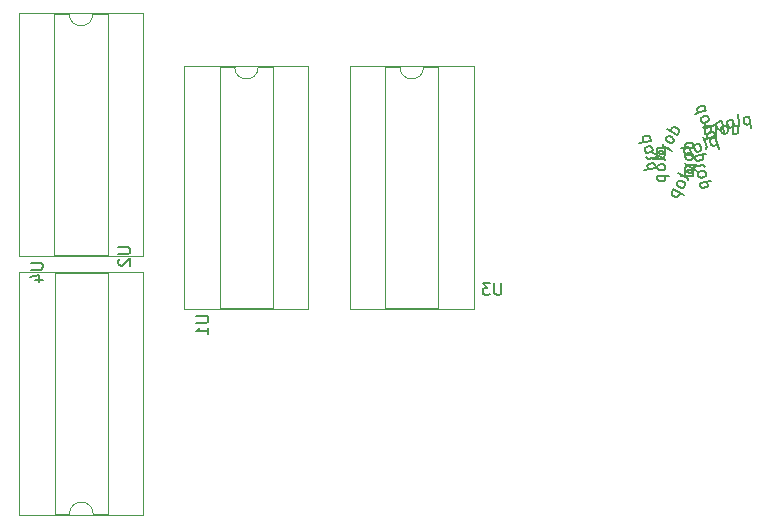
<source format=gbo>
G04 #@! TF.GenerationSoftware,KiCad,Pcbnew,5.1.5+dfsg1-2build2*
G04 #@! TF.CreationDate,2021-04-11T17:34:26+02:00*
G04 #@! TF.ProjectId,Main_board,4d61696e-5f62-46f6-9172-642e6b696361,rev?*
G04 #@! TF.SameCoordinates,Original*
G04 #@! TF.FileFunction,Legend,Bot*
G04 #@! TF.FilePolarity,Positive*
%FSLAX46Y46*%
G04 Gerber Fmt 4.6, Leading zero omitted, Abs format (unit mm)*
G04 Created by KiCad (PCBNEW 5.1.5+dfsg1-2build2) date 2021-04-11 17:34:26*
%MOMM*%
%LPD*%
G04 APERTURE LIST*
%ADD10C,0.150000*%
%ADD11C,0.120000*%
G04 APERTURE END LIST*
D10*
X87995100Y-57403082D02*
X87129075Y-56903082D01*
X87953861Y-57379273D02*
X88042719Y-57320604D01*
X88137957Y-57155646D01*
X88144337Y-57049358D01*
X88126907Y-56984309D01*
X88068238Y-56895451D01*
X87820802Y-56752594D01*
X87714514Y-56746214D01*
X87649465Y-56763644D01*
X87560607Y-56822313D01*
X87465369Y-56987270D01*
X87458989Y-57093558D01*
X87941559Y-56162484D02*
X87935180Y-56268772D01*
X87993849Y-56357631D01*
X88736156Y-56786202D01*
X88203464Y-55708852D02*
X88197084Y-55815140D01*
X88214514Y-55880189D01*
X88273183Y-55969047D01*
X88520619Y-56111904D01*
X88626907Y-56118284D01*
X88691956Y-56100854D01*
X88780814Y-56042185D01*
X88852243Y-55918467D01*
X88858623Y-55812179D01*
X88841193Y-55747130D01*
X88782524Y-55658272D01*
X88535088Y-55515415D01*
X88428800Y-55509035D01*
X88363751Y-55526465D01*
X88274893Y-55585134D01*
X88203464Y-55708852D01*
X89161767Y-55382356D02*
X88295741Y-54882356D01*
X89120528Y-55358547D02*
X89209386Y-55299878D01*
X89304624Y-55134920D01*
X89311004Y-55028632D01*
X89293574Y-54963583D01*
X89234905Y-54874725D01*
X88987469Y-54731868D01*
X88881181Y-54725488D01*
X88816132Y-54742918D01*
X88727274Y-54801587D01*
X88632036Y-54966544D01*
X88625656Y-55072832D01*
X90514285Y-58880952D02*
X89514285Y-58880952D01*
X90466666Y-58880952D02*
X90514285Y-58785714D01*
X90514285Y-58595238D01*
X90466666Y-58500000D01*
X90419047Y-58452380D01*
X90323809Y-58404761D01*
X90038095Y-58404761D01*
X89942857Y-58452380D01*
X89895238Y-58500000D01*
X89847619Y-58595238D01*
X89847619Y-58785714D01*
X89895238Y-58880952D01*
X89847619Y-57833333D02*
X89895238Y-57928571D01*
X89990476Y-57976190D01*
X90847619Y-57976190D01*
X89847619Y-57309523D02*
X89895238Y-57404761D01*
X89942857Y-57452380D01*
X90038095Y-57500000D01*
X90323809Y-57500000D01*
X90419047Y-57452380D01*
X90466666Y-57404761D01*
X90514285Y-57309523D01*
X90514285Y-57166666D01*
X90466666Y-57071428D01*
X90419047Y-57023809D01*
X90323809Y-56976190D01*
X90038095Y-56976190D01*
X89942857Y-57023809D01*
X89895238Y-57071428D01*
X89847619Y-57166666D01*
X89847619Y-57309523D01*
X90514285Y-56547619D02*
X89514285Y-56547619D01*
X90466666Y-56547619D02*
X90514285Y-56452380D01*
X90514285Y-56261904D01*
X90466666Y-56166666D01*
X90419047Y-56119047D01*
X90323809Y-56071428D01*
X90038095Y-56071428D01*
X89942857Y-56119047D01*
X89895238Y-56166666D01*
X89847619Y-56261904D01*
X89847619Y-56452380D01*
X89895238Y-56547619D01*
X90649169Y-57177237D02*
X91633977Y-57003589D01*
X90696065Y-57168968D02*
X90665707Y-57271028D01*
X90698783Y-57458611D01*
X90762217Y-57544133D01*
X90817381Y-57582760D01*
X90919441Y-57613117D01*
X91200815Y-57563504D01*
X91286337Y-57500070D01*
X91324964Y-57444906D01*
X91355322Y-57342845D01*
X91322246Y-57155263D01*
X91258812Y-57069741D01*
X91487625Y-58093175D02*
X91424192Y-58007653D01*
X91322131Y-57977295D01*
X90478010Y-58126136D01*
X91578584Y-58609027D02*
X91515150Y-58523505D01*
X91459986Y-58484878D01*
X91357925Y-58454520D01*
X91076552Y-58504134D01*
X90991029Y-58567568D01*
X90952403Y-58622732D01*
X90922045Y-58724792D01*
X90946852Y-58865479D01*
X91010286Y-58951001D01*
X91065450Y-58989628D01*
X91167510Y-59019986D01*
X91448884Y-58970372D01*
X91534406Y-58906938D01*
X91573033Y-58851774D01*
X91603390Y-58749714D01*
X91578584Y-58609027D01*
X91054348Y-59475122D02*
X92039156Y-59301474D01*
X91101244Y-59466853D02*
X91070886Y-59568913D01*
X91103962Y-59756496D01*
X91167396Y-59842018D01*
X91222560Y-59880645D01*
X91324621Y-59911002D01*
X91605994Y-59861388D01*
X91691516Y-59797955D01*
X91730143Y-59742790D01*
X91760501Y-59640730D01*
X91727425Y-59453148D01*
X91663991Y-59367625D01*
X87485714Y-56519047D02*
X88485714Y-56519047D01*
X87533333Y-56519047D02*
X87485714Y-56614285D01*
X87485714Y-56804761D01*
X87533333Y-56900000D01*
X87580952Y-56947619D01*
X87676190Y-56995238D01*
X87961904Y-56995238D01*
X88057142Y-56947619D01*
X88104761Y-56900000D01*
X88152380Y-56804761D01*
X88152380Y-56614285D01*
X88104761Y-56519047D01*
X88152380Y-57566666D02*
X88104761Y-57471428D01*
X88009523Y-57423809D01*
X87152380Y-57423809D01*
X88152380Y-58090476D02*
X88104761Y-57995238D01*
X88057142Y-57947619D01*
X87961904Y-57900000D01*
X87676190Y-57900000D01*
X87580952Y-57947619D01*
X87533333Y-57995238D01*
X87485714Y-58090476D01*
X87485714Y-58233333D01*
X87533333Y-58328571D01*
X87580952Y-58376190D01*
X87676190Y-58423809D01*
X87961904Y-58423809D01*
X88057142Y-58376190D01*
X88104761Y-58328571D01*
X88152380Y-58233333D01*
X88152380Y-58090476D01*
X87485714Y-58852380D02*
X88485714Y-58852380D01*
X87533333Y-58852380D02*
X87485714Y-58947619D01*
X87485714Y-59138095D01*
X87533333Y-59233333D01*
X87580952Y-59280952D01*
X87676190Y-59328571D01*
X87961904Y-59328571D01*
X88057142Y-59280952D01*
X88104761Y-59233333D01*
X88152380Y-59138095D01*
X88152380Y-58947619D01*
X88104761Y-58852380D01*
X87350830Y-58222762D02*
X86366022Y-58396410D01*
X87303934Y-58231031D02*
X87334292Y-58128971D01*
X87301216Y-57941388D01*
X87237782Y-57855866D01*
X87182618Y-57817239D01*
X87080558Y-57786882D01*
X86799184Y-57836495D01*
X86713662Y-57899929D01*
X86675035Y-57955093D01*
X86644677Y-58057154D01*
X86677753Y-58244736D01*
X86741187Y-58330258D01*
X86512374Y-57306824D02*
X86575807Y-57392346D01*
X86677868Y-57422704D01*
X87521989Y-57273863D01*
X86421415Y-56790972D02*
X86484849Y-56876494D01*
X86540013Y-56915121D01*
X86642074Y-56945479D01*
X86923447Y-56895865D01*
X87008970Y-56832431D01*
X87047596Y-56777267D01*
X87077954Y-56675207D01*
X87053147Y-56534520D01*
X86989713Y-56448998D01*
X86934549Y-56410371D01*
X86832489Y-56380013D01*
X86551115Y-56429627D01*
X86465593Y-56493061D01*
X86426966Y-56548225D01*
X86396609Y-56650285D01*
X86421415Y-56790972D01*
X86945651Y-55924877D02*
X85960843Y-56098525D01*
X86898755Y-55933146D02*
X86929113Y-55831086D01*
X86896037Y-55643503D01*
X86832603Y-55557981D01*
X86777439Y-55519354D01*
X86675378Y-55488997D01*
X86394005Y-55538611D01*
X86308483Y-55602044D01*
X86269856Y-55657209D01*
X86239498Y-55759269D01*
X86272574Y-55946851D01*
X86336008Y-56032374D01*
X91519047Y-55314285D02*
X91519047Y-54314285D01*
X91519047Y-55266666D02*
X91614285Y-55314285D01*
X91804761Y-55314285D01*
X91900000Y-55266666D01*
X91947619Y-55219047D01*
X91995238Y-55123809D01*
X91995238Y-54838095D01*
X91947619Y-54742857D01*
X91900000Y-54695238D01*
X91804761Y-54647619D01*
X91614285Y-54647619D01*
X91519047Y-54695238D01*
X92566666Y-54647619D02*
X92471428Y-54695238D01*
X92423809Y-54790476D01*
X92423809Y-55647619D01*
X93090476Y-54647619D02*
X92995238Y-54695238D01*
X92947619Y-54742857D01*
X92900000Y-54838095D01*
X92900000Y-55123809D01*
X92947619Y-55219047D01*
X92995238Y-55266666D01*
X93090476Y-55314285D01*
X93233333Y-55314285D01*
X93328571Y-55266666D01*
X93376190Y-55219047D01*
X93423809Y-55123809D01*
X93423809Y-54838095D01*
X93376190Y-54742857D01*
X93328571Y-54695238D01*
X93233333Y-54647619D01*
X93090476Y-54647619D01*
X93852380Y-55314285D02*
X93852380Y-54314285D01*
X93852380Y-55266666D02*
X93947619Y-55314285D01*
X94138095Y-55314285D01*
X94233333Y-55266666D01*
X94280952Y-55219047D01*
X94328571Y-55123809D01*
X94328571Y-54838095D01*
X94280952Y-54742857D01*
X94233333Y-54695238D01*
X94138095Y-54647619D01*
X93947619Y-54647619D01*
X93852380Y-54695238D01*
X90004899Y-57996917D02*
X90870924Y-58496917D01*
X90046138Y-58020726D02*
X89957280Y-58079395D01*
X89862042Y-58244353D01*
X89855662Y-58350641D01*
X89873092Y-58415690D01*
X89931761Y-58504548D01*
X90179197Y-58647405D01*
X90285485Y-58653785D01*
X90350534Y-58636355D01*
X90439392Y-58577686D01*
X90534630Y-58412729D01*
X90541010Y-58306441D01*
X90058440Y-59237515D02*
X90064819Y-59131227D01*
X90006150Y-59042368D01*
X89263843Y-58613797D01*
X89796535Y-59691147D02*
X89802915Y-59584859D01*
X89785485Y-59519810D01*
X89726816Y-59430952D01*
X89479380Y-59288095D01*
X89373092Y-59281715D01*
X89308043Y-59299145D01*
X89219185Y-59357814D01*
X89147756Y-59481532D01*
X89141376Y-59587820D01*
X89158806Y-59652869D01*
X89217475Y-59741727D01*
X89464911Y-59884584D01*
X89571199Y-59890964D01*
X89636248Y-59873534D01*
X89725106Y-59814865D01*
X89796535Y-59691147D01*
X88838232Y-60017643D02*
X89704258Y-60517643D01*
X88879471Y-60041452D02*
X88790613Y-60100121D01*
X88695375Y-60265079D01*
X88688995Y-60371367D01*
X88706425Y-60436416D01*
X88765094Y-60525274D01*
X89012530Y-60668131D01*
X89118818Y-60674511D01*
X89183867Y-60657081D01*
X89272725Y-60598412D01*
X89367963Y-60433455D01*
X89374343Y-60327167D01*
X92324380Y-55626323D02*
X92666400Y-56566016D01*
X92340667Y-55671071D02*
X92234886Y-55658897D01*
X92055897Y-55724043D01*
X91982689Y-55801364D01*
X91954228Y-55862398D01*
X91942054Y-55968179D01*
X92039774Y-56236663D01*
X92117095Y-56309871D01*
X92178129Y-56338331D01*
X92283910Y-56350505D01*
X92462899Y-56285358D01*
X92536107Y-56208038D01*
X91567954Y-56611092D02*
X91641162Y-56533771D01*
X91653336Y-56427990D01*
X91360175Y-55622539D01*
X91075734Y-56790245D02*
X91148942Y-56712925D01*
X91177402Y-56651891D01*
X91189576Y-56546109D01*
X91091856Y-56277626D01*
X91014536Y-56204418D01*
X90953502Y-56175957D01*
X90847720Y-56163783D01*
X90713479Y-56212644D01*
X90640271Y-56289964D01*
X90611810Y-56350998D01*
X90599636Y-56456779D01*
X90697356Y-56725263D01*
X90774677Y-56798471D01*
X90835711Y-56826931D01*
X90941492Y-56839105D01*
X91075734Y-56790245D01*
X90131764Y-56424370D02*
X90473784Y-57364063D01*
X90148051Y-56469118D02*
X90042270Y-56456944D01*
X89863281Y-56522090D01*
X89790073Y-56599411D01*
X89761612Y-56660445D01*
X89749438Y-56766226D01*
X89847158Y-57034710D01*
X89924479Y-57107918D01*
X89985513Y-57136378D01*
X90091294Y-57148552D01*
X90270283Y-57083405D01*
X90343491Y-57006085D01*
X95222762Y-53849169D02*
X95396410Y-54833977D01*
X95231031Y-53896065D02*
X95128971Y-53865707D01*
X94941388Y-53898783D01*
X94855866Y-53962217D01*
X94817239Y-54017381D01*
X94786882Y-54119441D01*
X94836495Y-54400815D01*
X94899929Y-54486337D01*
X94955093Y-54524964D01*
X95057154Y-54555322D01*
X95244736Y-54522246D01*
X95330258Y-54458812D01*
X94306824Y-54687625D02*
X94392346Y-54624192D01*
X94422704Y-54522131D01*
X94273863Y-53678010D01*
X93790972Y-54778584D02*
X93876494Y-54715150D01*
X93915121Y-54659986D01*
X93945479Y-54557925D01*
X93895865Y-54276552D01*
X93832431Y-54191029D01*
X93777267Y-54152403D01*
X93675207Y-54122045D01*
X93534520Y-54146852D01*
X93448998Y-54210286D01*
X93410371Y-54265450D01*
X93380013Y-54367510D01*
X93429627Y-54648884D01*
X93493061Y-54734406D01*
X93548225Y-54773033D01*
X93650285Y-54803390D01*
X93790972Y-54778584D01*
X92924877Y-54254348D02*
X93098525Y-55239156D01*
X92933146Y-54301244D02*
X92831086Y-54270886D01*
X92643503Y-54303962D01*
X92557981Y-54367396D01*
X92519354Y-54422560D01*
X92488997Y-54524621D01*
X92538611Y-54805994D01*
X92602044Y-54891516D01*
X92657209Y-54930143D01*
X92759269Y-54960501D01*
X92946851Y-54927425D01*
X93032374Y-54863991D01*
X92373676Y-55524380D02*
X91433983Y-55866400D01*
X92328928Y-55540667D02*
X92341102Y-55434886D01*
X92275956Y-55255897D01*
X92198635Y-55182689D01*
X92137601Y-55154228D01*
X92031820Y-55142054D01*
X91763336Y-55239774D01*
X91690128Y-55317095D01*
X91661668Y-55378129D01*
X91649494Y-55483910D01*
X91714641Y-55662899D01*
X91791961Y-55736107D01*
X91388907Y-54767954D02*
X91466228Y-54841162D01*
X91572009Y-54853336D01*
X92377460Y-54560175D01*
X91209754Y-54275734D02*
X91287074Y-54348942D01*
X91348108Y-54377402D01*
X91453890Y-54389576D01*
X91722373Y-54291856D01*
X91795581Y-54214536D01*
X91824042Y-54153502D01*
X91836216Y-54047720D01*
X91787355Y-53913479D01*
X91710035Y-53840271D01*
X91649001Y-53811810D01*
X91543220Y-53799636D01*
X91274736Y-53897356D01*
X91201528Y-53974677D01*
X91173068Y-54035711D01*
X91160894Y-54141492D01*
X91209754Y-54275734D01*
X91575629Y-53331764D02*
X90635936Y-53673784D01*
X91530881Y-53348051D02*
X91543055Y-53242270D01*
X91477909Y-53063281D01*
X91400588Y-52990073D01*
X91339554Y-52961612D01*
X91233773Y-52949438D01*
X90965289Y-53047158D01*
X90892081Y-53124479D01*
X90863621Y-53185513D01*
X90851447Y-53291294D01*
X90916594Y-53470283D01*
X90993914Y-53543491D01*
D11*
X47440000Y-49610000D02*
X57940000Y-49610000D01*
X47440000Y-70170000D02*
X47440000Y-49610000D01*
X57940000Y-70170000D02*
X47440000Y-70170000D01*
X57940000Y-49610000D02*
X57940000Y-70170000D01*
X50440000Y-49670000D02*
X51690000Y-49670000D01*
X50440000Y-70110000D02*
X50440000Y-49670000D01*
X54940000Y-70110000D02*
X50440000Y-70110000D01*
X54940000Y-49670000D02*
X54940000Y-70110000D01*
X53690000Y-49670000D02*
X54940000Y-49670000D01*
X51690000Y-49670000D02*
G75*
G03X53690000Y-49670000I1000000J0D01*
G01*
X39710000Y-87510000D02*
G75*
G03X37710000Y-87510000I-1000000J0D01*
G01*
X37710000Y-87510000D02*
X36460000Y-87510000D01*
X36460000Y-87510000D02*
X36460000Y-67070000D01*
X36460000Y-67070000D02*
X40960000Y-67070000D01*
X40960000Y-67070000D02*
X40960000Y-87510000D01*
X40960000Y-87510000D02*
X39710000Y-87510000D01*
X33460000Y-87570000D02*
X33460000Y-67010000D01*
X33460000Y-67010000D02*
X43960000Y-67010000D01*
X43960000Y-67010000D02*
X43960000Y-87570000D01*
X43960000Y-87570000D02*
X33460000Y-87570000D01*
X33440000Y-45110000D02*
X43940000Y-45110000D01*
X33440000Y-65670000D02*
X33440000Y-45110000D01*
X43940000Y-65670000D02*
X33440000Y-65670000D01*
X43940000Y-45110000D02*
X43940000Y-65670000D01*
X36440000Y-45170000D02*
X37690000Y-45170000D01*
X36440000Y-65610000D02*
X36440000Y-45170000D01*
X40940000Y-65610000D02*
X36440000Y-65610000D01*
X40940000Y-45170000D02*
X40940000Y-65610000D01*
X39690000Y-45170000D02*
X40940000Y-45170000D01*
X37690000Y-45170000D02*
G75*
G03X39690000Y-45170000I1000000J0D01*
G01*
X61440000Y-49610000D02*
X71940000Y-49610000D01*
X61440000Y-70170000D02*
X61440000Y-49610000D01*
X71940000Y-70170000D02*
X61440000Y-70170000D01*
X71940000Y-49610000D02*
X71940000Y-70170000D01*
X64440000Y-49670000D02*
X65690000Y-49670000D01*
X64440000Y-70110000D02*
X64440000Y-49670000D01*
X68940000Y-70110000D02*
X64440000Y-70110000D01*
X68940000Y-49670000D02*
X68940000Y-70110000D01*
X67690000Y-49670000D02*
X68940000Y-49670000D01*
X65690000Y-49670000D02*
G75*
G03X67690000Y-49670000I1000000J0D01*
G01*
D10*
X48452380Y-70738095D02*
X49261904Y-70738095D01*
X49357142Y-70785714D01*
X49404761Y-70833333D01*
X49452380Y-70928571D01*
X49452380Y-71119047D01*
X49404761Y-71214285D01*
X49357142Y-71261904D01*
X49261904Y-71309523D01*
X48452380Y-71309523D01*
X49452380Y-72309523D02*
X49452380Y-71738095D01*
X49452380Y-72023809D02*
X48452380Y-72023809D01*
X48595238Y-71928571D01*
X48690476Y-71833333D01*
X48738095Y-71738095D01*
X41852380Y-64918095D02*
X42661904Y-64918095D01*
X42757142Y-64965714D01*
X42804761Y-65013333D01*
X42852380Y-65108571D01*
X42852380Y-65299047D01*
X42804761Y-65394285D01*
X42757142Y-65441904D01*
X42661904Y-65489523D01*
X41852380Y-65489523D01*
X41947619Y-65918095D02*
X41900000Y-65965714D01*
X41852380Y-66060952D01*
X41852380Y-66299047D01*
X41900000Y-66394285D01*
X41947619Y-66441904D01*
X42042857Y-66489523D01*
X42138095Y-66489523D01*
X42280952Y-66441904D01*
X42852380Y-65870476D01*
X42852380Y-66489523D01*
X34452380Y-66238095D02*
X35261904Y-66238095D01*
X35357142Y-66285714D01*
X35404761Y-66333333D01*
X35452380Y-66428571D01*
X35452380Y-66619047D01*
X35404761Y-66714285D01*
X35357142Y-66761904D01*
X35261904Y-66809523D01*
X34452380Y-66809523D01*
X34785714Y-67714285D02*
X35452380Y-67714285D01*
X34404761Y-67476190D02*
X35119047Y-67238095D01*
X35119047Y-67857142D01*
X74261904Y-67952380D02*
X74261904Y-68761904D01*
X74214285Y-68857142D01*
X74166666Y-68904761D01*
X74071428Y-68952380D01*
X73880952Y-68952380D01*
X73785714Y-68904761D01*
X73738095Y-68857142D01*
X73690476Y-68761904D01*
X73690476Y-67952380D01*
X73309523Y-67952380D02*
X72690476Y-67952380D01*
X73023809Y-68333333D01*
X72880952Y-68333333D01*
X72785714Y-68380952D01*
X72738095Y-68428571D01*
X72690476Y-68523809D01*
X72690476Y-68761904D01*
X72738095Y-68857142D01*
X72785714Y-68904761D01*
X72880952Y-68952380D01*
X73166666Y-68952380D01*
X73261904Y-68904761D01*
X73309523Y-68857142D01*
M02*

</source>
